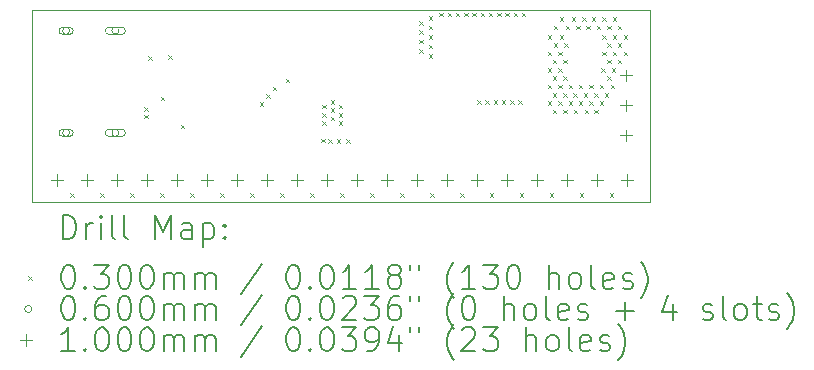
<source format=gbr>
%TF.GenerationSoftware,KiCad,Pcbnew,9.0.3*%
%TF.CreationDate,2025-08-03T15:22:40-04:00*%
%TF.ProjectId,CH32V003F4P6,43483332-5630-4303-9346-3450362e6b69,rev?*%
%TF.SameCoordinates,Original*%
%TF.FileFunction,Drillmap*%
%TF.FilePolarity,Positive*%
%FSLAX45Y45*%
G04 Gerber Fmt 4.5, Leading zero omitted, Abs format (unit mm)*
G04 Created by KiCad (PCBNEW 9.0.3) date 2025-08-03 15:22:40*
%MOMM*%
%LPD*%
G01*
G04 APERTURE LIST*
%ADD10C,0.100000*%
%ADD11C,0.200000*%
G04 APERTURE END LIST*
D10*
X12700000Y-11379200D02*
X17932400Y-11379200D01*
X17932400Y-13004800D01*
X12700000Y-13004800D01*
X12700000Y-11379200D01*
D11*
D10*
X13022301Y-12933450D02*
X13052301Y-12963450D01*
X13052301Y-12933450D02*
X13022301Y-12963450D01*
X13275996Y-12933450D02*
X13305996Y-12963450D01*
X13305996Y-12933450D02*
X13275996Y-12963450D01*
X13529692Y-12933450D02*
X13559692Y-12963450D01*
X13559692Y-12933450D02*
X13529692Y-12963450D01*
X13646028Y-12205000D02*
X13676028Y-12235000D01*
X13676028Y-12205000D02*
X13646028Y-12235000D01*
X13646028Y-12270299D02*
X13676028Y-12300299D01*
X13676028Y-12270299D02*
X13646028Y-12300299D01*
X13682500Y-11772500D02*
X13712500Y-11802500D01*
X13712500Y-11772500D02*
X13682500Y-11802500D01*
X13783388Y-12933450D02*
X13813388Y-12963450D01*
X13813388Y-12933450D02*
X13783388Y-12963450D01*
X13785000Y-12115000D02*
X13815000Y-12145000D01*
X13815000Y-12115000D02*
X13785000Y-12145000D01*
X13850000Y-11765000D02*
X13880000Y-11795000D01*
X13880000Y-11765000D02*
X13850000Y-11795000D01*
X13955000Y-12355000D02*
X13985000Y-12385000D01*
X13985000Y-12355000D02*
X13955000Y-12385000D01*
X14037083Y-12933450D02*
X14067083Y-12963450D01*
X14067083Y-12933450D02*
X14037083Y-12963450D01*
X14290779Y-12933450D02*
X14320779Y-12963450D01*
X14320779Y-12933450D02*
X14290779Y-12963450D01*
X14544475Y-12933450D02*
X14574475Y-12963450D01*
X14574475Y-12933450D02*
X14544475Y-12963450D01*
X14624200Y-12165000D02*
X14654200Y-12195000D01*
X14654200Y-12165000D02*
X14624200Y-12195000D01*
X14679400Y-12095000D02*
X14709400Y-12125000D01*
X14709400Y-12095000D02*
X14679400Y-12125000D01*
X14734600Y-12030790D02*
X14764600Y-12060790D01*
X14764600Y-12030790D02*
X14734600Y-12060790D01*
X14798171Y-12933450D02*
X14828171Y-12963450D01*
X14828171Y-12933450D02*
X14798171Y-12963450D01*
X14845000Y-11965000D02*
X14875000Y-11995000D01*
X14875000Y-11965000D02*
X14845000Y-11995000D01*
X15051866Y-12933450D02*
X15081866Y-12963450D01*
X15081866Y-12933450D02*
X15051866Y-12963450D01*
X15145000Y-12472500D02*
X15175000Y-12502500D01*
X15175000Y-12472500D02*
X15145000Y-12502500D01*
X15155000Y-12185000D02*
X15185000Y-12215000D01*
X15185000Y-12185000D02*
X15155000Y-12215000D01*
X15155000Y-12255000D02*
X15185000Y-12285000D01*
X15185000Y-12255000D02*
X15155000Y-12285000D01*
X15155000Y-12325000D02*
X15185000Y-12355000D01*
X15185000Y-12325000D02*
X15155000Y-12355000D01*
X15205000Y-12475000D02*
X15235000Y-12505000D01*
X15235000Y-12475000D02*
X15205000Y-12505000D01*
X15225000Y-12145000D02*
X15255000Y-12175000D01*
X15255000Y-12145000D02*
X15225000Y-12175000D01*
X15225000Y-12215000D02*
X15255000Y-12245000D01*
X15255000Y-12215000D02*
X15225000Y-12245000D01*
X15225000Y-12285000D02*
X15255000Y-12315000D01*
X15255000Y-12285000D02*
X15225000Y-12315000D01*
X15275000Y-12475000D02*
X15305000Y-12505000D01*
X15305000Y-12475000D02*
X15275000Y-12505000D01*
X15295000Y-12185000D02*
X15325000Y-12215000D01*
X15325000Y-12185000D02*
X15295000Y-12215000D01*
X15295000Y-12255000D02*
X15325000Y-12285000D01*
X15325000Y-12255000D02*
X15295000Y-12285000D01*
X15295000Y-12325000D02*
X15325000Y-12355000D01*
X15325000Y-12325000D02*
X15295000Y-12355000D01*
X15305562Y-12933450D02*
X15335562Y-12963450D01*
X15335562Y-12933450D02*
X15305562Y-12963450D01*
X15355000Y-12475000D02*
X15385000Y-12505000D01*
X15385000Y-12475000D02*
X15355000Y-12505000D01*
X15559258Y-12933450D02*
X15589258Y-12963450D01*
X15589258Y-12933450D02*
X15559258Y-12963450D01*
X15812953Y-12933450D02*
X15842953Y-12963450D01*
X15842953Y-12933450D02*
X15812953Y-12963450D01*
X15975000Y-11475000D02*
X16005000Y-11505000D01*
X16005000Y-11475000D02*
X15975000Y-11505000D01*
X15975000Y-11555000D02*
X16005000Y-11585000D01*
X16005000Y-11555000D02*
X15975000Y-11585000D01*
X15975000Y-11635000D02*
X16005000Y-11665000D01*
X16005000Y-11635000D02*
X15975000Y-11665000D01*
X15975000Y-11715000D02*
X16005000Y-11745000D01*
X16005000Y-11715000D02*
X15975000Y-11745000D01*
X16055000Y-11435000D02*
X16085000Y-11465000D01*
X16085000Y-11435000D02*
X16055000Y-11465000D01*
X16055000Y-11515000D02*
X16085000Y-11545000D01*
X16085000Y-11515000D02*
X16055000Y-11545000D01*
X16055000Y-11595000D02*
X16085000Y-11625000D01*
X16085000Y-11595000D02*
X16055000Y-11625000D01*
X16055000Y-11675000D02*
X16085000Y-11705000D01*
X16085000Y-11675000D02*
X16055000Y-11705000D01*
X16055000Y-11755000D02*
X16085000Y-11785000D01*
X16085000Y-11755000D02*
X16055000Y-11785000D01*
X16066649Y-12933450D02*
X16096649Y-12963450D01*
X16096649Y-12933450D02*
X16066649Y-12963450D01*
X16145000Y-11405000D02*
X16175000Y-11435000D01*
X16175000Y-11405000D02*
X16145000Y-11435000D01*
X16215000Y-11405000D02*
X16245000Y-11435000D01*
X16245000Y-11405000D02*
X16215000Y-11435000D01*
X16285000Y-11405000D02*
X16315000Y-11435000D01*
X16315000Y-11405000D02*
X16285000Y-11435000D01*
X16320345Y-12933450D02*
X16350345Y-12963450D01*
X16350345Y-12933450D02*
X16320345Y-12963450D01*
X16355000Y-11405000D02*
X16385000Y-11435000D01*
X16385000Y-11405000D02*
X16355000Y-11435000D01*
X16425000Y-11405000D02*
X16455000Y-11435000D01*
X16455000Y-11405000D02*
X16425000Y-11435000D01*
X16465000Y-12145000D02*
X16495000Y-12175000D01*
X16495000Y-12145000D02*
X16465000Y-12175000D01*
X16495000Y-11405000D02*
X16525000Y-11435000D01*
X16525000Y-11405000D02*
X16495000Y-11435000D01*
X16535000Y-12145000D02*
X16565000Y-12175000D01*
X16565000Y-12145000D02*
X16535000Y-12175000D01*
X16565000Y-11405000D02*
X16595000Y-11435000D01*
X16595000Y-11405000D02*
X16565000Y-11435000D01*
X16574040Y-12933450D02*
X16604040Y-12963450D01*
X16604040Y-12933450D02*
X16574040Y-12963450D01*
X16605000Y-12145000D02*
X16635000Y-12175000D01*
X16635000Y-12145000D02*
X16605000Y-12175000D01*
X16635000Y-11405000D02*
X16665000Y-11435000D01*
X16665000Y-11405000D02*
X16635000Y-11435000D01*
X16675000Y-12145000D02*
X16705000Y-12175000D01*
X16705000Y-12145000D02*
X16675000Y-12175000D01*
X16705000Y-11405000D02*
X16735000Y-11435000D01*
X16735000Y-11405000D02*
X16705000Y-11435000D01*
X16745000Y-12145000D02*
X16775000Y-12175000D01*
X16775000Y-12145000D02*
X16745000Y-12175000D01*
X16775000Y-11405000D02*
X16805000Y-11435000D01*
X16805000Y-11405000D02*
X16775000Y-11435000D01*
X16815000Y-12145000D02*
X16845000Y-12175000D01*
X16845000Y-12145000D02*
X16815000Y-12175000D01*
X16827736Y-12933450D02*
X16857736Y-12963450D01*
X16857736Y-12933450D02*
X16827736Y-12963450D01*
X16845000Y-11405000D02*
X16875000Y-11435000D01*
X16875000Y-11405000D02*
X16845000Y-11435000D01*
X17065000Y-11595000D02*
X17095000Y-11625000D01*
X17095000Y-11595000D02*
X17065000Y-11625000D01*
X17065000Y-11735000D02*
X17095000Y-11765000D01*
X17095000Y-11735000D02*
X17065000Y-11765000D01*
X17065000Y-11875000D02*
X17095000Y-11905000D01*
X17095000Y-11875000D02*
X17065000Y-11905000D01*
X17065000Y-12015000D02*
X17095000Y-12045000D01*
X17095000Y-12015000D02*
X17065000Y-12045000D01*
X17065000Y-12155000D02*
X17095000Y-12185000D01*
X17095000Y-12155000D02*
X17065000Y-12185000D01*
X17081432Y-12933450D02*
X17111432Y-12963450D01*
X17111432Y-12933450D02*
X17081432Y-12963450D01*
X17105000Y-11805000D02*
X17135000Y-11835000D01*
X17135000Y-11805000D02*
X17105000Y-11835000D01*
X17105000Y-11945000D02*
X17135000Y-11975000D01*
X17135000Y-11945000D02*
X17105000Y-11975000D01*
X17105000Y-12085000D02*
X17135000Y-12115000D01*
X17135000Y-12085000D02*
X17105000Y-12115000D01*
X17105000Y-12225000D02*
X17135000Y-12255000D01*
X17135000Y-12225000D02*
X17105000Y-12255000D01*
X17115000Y-11515000D02*
X17145000Y-11545000D01*
X17145000Y-11515000D02*
X17115000Y-11545000D01*
X17115000Y-11665000D02*
X17145000Y-11695000D01*
X17145000Y-11665000D02*
X17115000Y-11695000D01*
X17153000Y-11735000D02*
X17183000Y-11765000D01*
X17183000Y-11735000D02*
X17153000Y-11765000D01*
X17153000Y-11875000D02*
X17183000Y-11905000D01*
X17183000Y-11875000D02*
X17153000Y-11905000D01*
X17153000Y-12015000D02*
X17183000Y-12045000D01*
X17183000Y-12015000D02*
X17153000Y-12045000D01*
X17153000Y-12155000D02*
X17183000Y-12185000D01*
X17183000Y-12155000D02*
X17153000Y-12185000D01*
X17165000Y-11445000D02*
X17195000Y-11475000D01*
X17195000Y-11445000D02*
X17165000Y-11475000D01*
X17165000Y-11595000D02*
X17195000Y-11625000D01*
X17195000Y-11595000D02*
X17165000Y-11625000D01*
X17193000Y-11805000D02*
X17223000Y-11835000D01*
X17223000Y-11805000D02*
X17193000Y-11835000D01*
X17193000Y-11945000D02*
X17223000Y-11975000D01*
X17223000Y-11945000D02*
X17193000Y-11975000D01*
X17193000Y-12085000D02*
X17223000Y-12115000D01*
X17223000Y-12085000D02*
X17193000Y-12115000D01*
X17193000Y-12225000D02*
X17223000Y-12255000D01*
X17223000Y-12225000D02*
X17193000Y-12255000D01*
X17203000Y-11665000D02*
X17233000Y-11695000D01*
X17233000Y-11665000D02*
X17203000Y-11695000D01*
X17215000Y-11515000D02*
X17245000Y-11545000D01*
X17245000Y-11515000D02*
X17215000Y-11545000D01*
X17241000Y-12015000D02*
X17271000Y-12045000D01*
X17271000Y-12015000D02*
X17241000Y-12045000D01*
X17241000Y-12155000D02*
X17271000Y-12185000D01*
X17271000Y-12155000D02*
X17241000Y-12185000D01*
X17265000Y-11445000D02*
X17295000Y-11475000D01*
X17295000Y-11445000D02*
X17265000Y-11475000D01*
X17281000Y-12085000D02*
X17311000Y-12115000D01*
X17311000Y-12085000D02*
X17281000Y-12115000D01*
X17285000Y-12225000D02*
X17315000Y-12255000D01*
X17315000Y-12225000D02*
X17285000Y-12255000D01*
X17303000Y-11515000D02*
X17333000Y-11545000D01*
X17333000Y-11515000D02*
X17303000Y-11545000D01*
X17325000Y-12015000D02*
X17355000Y-12045000D01*
X17355000Y-12015000D02*
X17325000Y-12045000D01*
X17325000Y-12155000D02*
X17355000Y-12185000D01*
X17355000Y-12155000D02*
X17325000Y-12185000D01*
X17335128Y-12933450D02*
X17365128Y-12963450D01*
X17365128Y-12933450D02*
X17335128Y-12963450D01*
X17355000Y-11445000D02*
X17385000Y-11475000D01*
X17385000Y-11445000D02*
X17355000Y-11475000D01*
X17369000Y-12085000D02*
X17399000Y-12115000D01*
X17399000Y-12085000D02*
X17369000Y-12115000D01*
X17375000Y-12225000D02*
X17405000Y-12255000D01*
X17405000Y-12225000D02*
X17375000Y-12255000D01*
X17391000Y-11515000D02*
X17421000Y-11545000D01*
X17421000Y-11515000D02*
X17391000Y-11545000D01*
X17415000Y-12015000D02*
X17445000Y-12045000D01*
X17445000Y-12015000D02*
X17415000Y-12045000D01*
X17415000Y-12155000D02*
X17445000Y-12185000D01*
X17445000Y-12155000D02*
X17415000Y-12185000D01*
X17435000Y-11445000D02*
X17465000Y-11475000D01*
X17465000Y-11445000D02*
X17435000Y-11475000D01*
X17455000Y-12085000D02*
X17485000Y-12115000D01*
X17485000Y-12085000D02*
X17455000Y-12115000D01*
X17455000Y-12225000D02*
X17485000Y-12255000D01*
X17485000Y-12225000D02*
X17455000Y-12255000D01*
X17479000Y-11515000D02*
X17509000Y-11545000D01*
X17509000Y-11515000D02*
X17479000Y-11545000D01*
X17505000Y-12015000D02*
X17535000Y-12045000D01*
X17535000Y-12015000D02*
X17505000Y-12045000D01*
X17505000Y-12155000D02*
X17535000Y-12185000D01*
X17535000Y-12155000D02*
X17505000Y-12185000D01*
X17515000Y-11875000D02*
X17545000Y-11905000D01*
X17545000Y-11875000D02*
X17515000Y-11905000D01*
X17525000Y-11445000D02*
X17555000Y-11475000D01*
X17555000Y-11445000D02*
X17525000Y-11475000D01*
X17525000Y-11595000D02*
X17555000Y-11625000D01*
X17555000Y-11595000D02*
X17525000Y-11625000D01*
X17525000Y-11735000D02*
X17555000Y-11765000D01*
X17555000Y-11735000D02*
X17525000Y-11765000D01*
X17545000Y-12085000D02*
X17575000Y-12115000D01*
X17575000Y-12085000D02*
X17545000Y-12115000D01*
X17565000Y-11665000D02*
X17595000Y-11695000D01*
X17595000Y-11665000D02*
X17565000Y-11695000D01*
X17565000Y-11805000D02*
X17595000Y-11835000D01*
X17595000Y-11805000D02*
X17565000Y-11835000D01*
X17565000Y-11945000D02*
X17595000Y-11975000D01*
X17595000Y-11945000D02*
X17565000Y-11975000D01*
X17567000Y-11515000D02*
X17597000Y-11545000D01*
X17597000Y-11515000D02*
X17567000Y-11545000D01*
X17588823Y-12933450D02*
X17618823Y-12963450D01*
X17618823Y-12933450D02*
X17588823Y-12963450D01*
X17595000Y-12015000D02*
X17625000Y-12045000D01*
X17625000Y-12015000D02*
X17595000Y-12045000D01*
X17605000Y-11875000D02*
X17635000Y-11905000D01*
X17635000Y-11875000D02*
X17605000Y-11905000D01*
X17615000Y-11445000D02*
X17645000Y-11475000D01*
X17645000Y-11445000D02*
X17615000Y-11475000D01*
X17615000Y-11595000D02*
X17645000Y-11625000D01*
X17645000Y-11595000D02*
X17615000Y-11625000D01*
X17615000Y-11735000D02*
X17645000Y-11765000D01*
X17645000Y-11735000D02*
X17615000Y-11765000D01*
X17655000Y-11515000D02*
X17685000Y-11545000D01*
X17685000Y-11515000D02*
X17655000Y-11545000D01*
X17655000Y-11665000D02*
X17685000Y-11695000D01*
X17685000Y-11665000D02*
X17655000Y-11695000D01*
X17655000Y-11805000D02*
X17685000Y-11835000D01*
X17685000Y-11805000D02*
X17655000Y-11835000D01*
X17705000Y-11595000D02*
X17735000Y-11625000D01*
X17735000Y-11595000D02*
X17705000Y-11625000D01*
X17705000Y-11735000D02*
X17735000Y-11765000D01*
X17735000Y-11735000D02*
X17705000Y-11765000D01*
X13015000Y-11558000D02*
G75*
G02*
X12955000Y-11558000I-30000J0D01*
G01*
X12955000Y-11558000D02*
G75*
G02*
X13015000Y-11558000I30000J0D01*
G01*
X13015000Y-11528000D02*
X12955000Y-11528000D01*
X12955000Y-11588000D02*
G75*
G02*
X12955000Y-11528000I0J30000D01*
G01*
X12955000Y-11588000D02*
X13015000Y-11588000D01*
X13015000Y-11588000D02*
G75*
G03*
X13015000Y-11528000I0J30000D01*
G01*
X13015000Y-12422000D02*
G75*
G02*
X12955000Y-12422000I-30000J0D01*
G01*
X12955000Y-12422000D02*
G75*
G02*
X13015000Y-12422000I30000J0D01*
G01*
X13015000Y-12392000D02*
X12955000Y-12392000D01*
X12955000Y-12452000D02*
G75*
G02*
X12955000Y-12392000I0J30000D01*
G01*
X12955000Y-12452000D02*
X13015000Y-12452000D01*
X13015000Y-12452000D02*
G75*
G03*
X13015000Y-12392000I0J30000D01*
G01*
X13433000Y-11558000D02*
G75*
G02*
X13373000Y-11558000I-30000J0D01*
G01*
X13373000Y-11558000D02*
G75*
G02*
X13433000Y-11558000I30000J0D01*
G01*
X13458000Y-11528000D02*
X13348000Y-11528000D01*
X13348000Y-11588000D02*
G75*
G02*
X13348000Y-11528000I0J30000D01*
G01*
X13348000Y-11588000D02*
X13458000Y-11588000D01*
X13458000Y-11588000D02*
G75*
G03*
X13458000Y-11528000I0J30000D01*
G01*
X13433000Y-12422000D02*
G75*
G02*
X13373000Y-12422000I-30000J0D01*
G01*
X13373000Y-12422000D02*
G75*
G02*
X13433000Y-12422000I30000J0D01*
G01*
X13458000Y-12392000D02*
X13348000Y-12392000D01*
X13348000Y-12452000D02*
G75*
G02*
X13348000Y-12392000I0J30000D01*
G01*
X13348000Y-12452000D02*
X13458000Y-12452000D01*
X13458000Y-12452000D02*
G75*
G03*
X13458000Y-12392000I0J30000D01*
G01*
X12907500Y-12770000D02*
X12907500Y-12870000D01*
X12857500Y-12820000D02*
X12957500Y-12820000D01*
X13161500Y-12770000D02*
X13161500Y-12870000D01*
X13111500Y-12820000D02*
X13211500Y-12820000D01*
X13415500Y-12770000D02*
X13415500Y-12870000D01*
X13365500Y-12820000D02*
X13465500Y-12820000D01*
X13669500Y-12770000D02*
X13669500Y-12870000D01*
X13619500Y-12820000D02*
X13719500Y-12820000D01*
X13923500Y-12770000D02*
X13923500Y-12870000D01*
X13873500Y-12820000D02*
X13973500Y-12820000D01*
X14177500Y-12770000D02*
X14177500Y-12870000D01*
X14127500Y-12820000D02*
X14227500Y-12820000D01*
X14431500Y-12770000D02*
X14431500Y-12870000D01*
X14381500Y-12820000D02*
X14481500Y-12820000D01*
X14685500Y-12770000D02*
X14685500Y-12870000D01*
X14635500Y-12820000D02*
X14735500Y-12820000D01*
X14939500Y-12770000D02*
X14939500Y-12870000D01*
X14889500Y-12820000D02*
X14989500Y-12820000D01*
X15193500Y-12770000D02*
X15193500Y-12870000D01*
X15143500Y-12820000D02*
X15243500Y-12820000D01*
X15447500Y-12770000D02*
X15447500Y-12870000D01*
X15397500Y-12820000D02*
X15497500Y-12820000D01*
X15701500Y-12770000D02*
X15701500Y-12870000D01*
X15651500Y-12820000D02*
X15751500Y-12820000D01*
X15955500Y-12770000D02*
X15955500Y-12870000D01*
X15905500Y-12820000D02*
X16005500Y-12820000D01*
X16209500Y-12770000D02*
X16209500Y-12870000D01*
X16159500Y-12820000D02*
X16259500Y-12820000D01*
X16463500Y-12770000D02*
X16463500Y-12870000D01*
X16413500Y-12820000D02*
X16513500Y-12820000D01*
X16717500Y-12770000D02*
X16717500Y-12870000D01*
X16667500Y-12820000D02*
X16767500Y-12820000D01*
X16971500Y-12770000D02*
X16971500Y-12870000D01*
X16921500Y-12820000D02*
X17021500Y-12820000D01*
X17225500Y-12770000D02*
X17225500Y-12870000D01*
X17175500Y-12820000D02*
X17275500Y-12820000D01*
X17479500Y-12770000D02*
X17479500Y-12870000D01*
X17429500Y-12820000D02*
X17529500Y-12820000D01*
X17729200Y-11886500D02*
X17729200Y-11986500D01*
X17679200Y-11936500D02*
X17779200Y-11936500D01*
X17729200Y-12140500D02*
X17729200Y-12240500D01*
X17679200Y-12190500D02*
X17779200Y-12190500D01*
X17729200Y-12394500D02*
X17729200Y-12494500D01*
X17679200Y-12444500D02*
X17779200Y-12444500D01*
X17733500Y-12770000D02*
X17733500Y-12870000D01*
X17683500Y-12820000D02*
X17783500Y-12820000D01*
D11*
X12955777Y-13321284D02*
X12955777Y-13121284D01*
X12955777Y-13121284D02*
X13003396Y-13121284D01*
X13003396Y-13121284D02*
X13031967Y-13130808D01*
X13031967Y-13130808D02*
X13051015Y-13149855D01*
X13051015Y-13149855D02*
X13060539Y-13168903D01*
X13060539Y-13168903D02*
X13070062Y-13206998D01*
X13070062Y-13206998D02*
X13070062Y-13235569D01*
X13070062Y-13235569D02*
X13060539Y-13273665D01*
X13060539Y-13273665D02*
X13051015Y-13292712D01*
X13051015Y-13292712D02*
X13031967Y-13311760D01*
X13031967Y-13311760D02*
X13003396Y-13321284D01*
X13003396Y-13321284D02*
X12955777Y-13321284D01*
X13155777Y-13321284D02*
X13155777Y-13187950D01*
X13155777Y-13226046D02*
X13165301Y-13206998D01*
X13165301Y-13206998D02*
X13174824Y-13197474D01*
X13174824Y-13197474D02*
X13193872Y-13187950D01*
X13193872Y-13187950D02*
X13212920Y-13187950D01*
X13279586Y-13321284D02*
X13279586Y-13187950D01*
X13279586Y-13121284D02*
X13270062Y-13130808D01*
X13270062Y-13130808D02*
X13279586Y-13140331D01*
X13279586Y-13140331D02*
X13289110Y-13130808D01*
X13289110Y-13130808D02*
X13279586Y-13121284D01*
X13279586Y-13121284D02*
X13279586Y-13140331D01*
X13403396Y-13321284D02*
X13384348Y-13311760D01*
X13384348Y-13311760D02*
X13374824Y-13292712D01*
X13374824Y-13292712D02*
X13374824Y-13121284D01*
X13508158Y-13321284D02*
X13489110Y-13311760D01*
X13489110Y-13311760D02*
X13479586Y-13292712D01*
X13479586Y-13292712D02*
X13479586Y-13121284D01*
X13736729Y-13321284D02*
X13736729Y-13121284D01*
X13736729Y-13121284D02*
X13803396Y-13264141D01*
X13803396Y-13264141D02*
X13870062Y-13121284D01*
X13870062Y-13121284D02*
X13870062Y-13321284D01*
X14051015Y-13321284D02*
X14051015Y-13216522D01*
X14051015Y-13216522D02*
X14041491Y-13197474D01*
X14041491Y-13197474D02*
X14022443Y-13187950D01*
X14022443Y-13187950D02*
X13984348Y-13187950D01*
X13984348Y-13187950D02*
X13965301Y-13197474D01*
X14051015Y-13311760D02*
X14031967Y-13321284D01*
X14031967Y-13321284D02*
X13984348Y-13321284D01*
X13984348Y-13321284D02*
X13965301Y-13311760D01*
X13965301Y-13311760D02*
X13955777Y-13292712D01*
X13955777Y-13292712D02*
X13955777Y-13273665D01*
X13955777Y-13273665D02*
X13965301Y-13254617D01*
X13965301Y-13254617D02*
X13984348Y-13245093D01*
X13984348Y-13245093D02*
X14031967Y-13245093D01*
X14031967Y-13245093D02*
X14051015Y-13235569D01*
X14146253Y-13187950D02*
X14146253Y-13387950D01*
X14146253Y-13197474D02*
X14165301Y-13187950D01*
X14165301Y-13187950D02*
X14203396Y-13187950D01*
X14203396Y-13187950D02*
X14222443Y-13197474D01*
X14222443Y-13197474D02*
X14231967Y-13206998D01*
X14231967Y-13206998D02*
X14241491Y-13226046D01*
X14241491Y-13226046D02*
X14241491Y-13283188D01*
X14241491Y-13283188D02*
X14231967Y-13302236D01*
X14231967Y-13302236D02*
X14222443Y-13311760D01*
X14222443Y-13311760D02*
X14203396Y-13321284D01*
X14203396Y-13321284D02*
X14165301Y-13321284D01*
X14165301Y-13321284D02*
X14146253Y-13311760D01*
X14327205Y-13302236D02*
X14336729Y-13311760D01*
X14336729Y-13311760D02*
X14327205Y-13321284D01*
X14327205Y-13321284D02*
X14317682Y-13311760D01*
X14317682Y-13311760D02*
X14327205Y-13302236D01*
X14327205Y-13302236D02*
X14327205Y-13321284D01*
X14327205Y-13197474D02*
X14336729Y-13206998D01*
X14336729Y-13206998D02*
X14327205Y-13216522D01*
X14327205Y-13216522D02*
X14317682Y-13206998D01*
X14317682Y-13206998D02*
X14327205Y-13197474D01*
X14327205Y-13197474D02*
X14327205Y-13216522D01*
D10*
X12665000Y-13634800D02*
X12695000Y-13664800D01*
X12695000Y-13634800D02*
X12665000Y-13664800D01*
D11*
X12993872Y-13541284D02*
X13012920Y-13541284D01*
X13012920Y-13541284D02*
X13031967Y-13550808D01*
X13031967Y-13550808D02*
X13041491Y-13560331D01*
X13041491Y-13560331D02*
X13051015Y-13579379D01*
X13051015Y-13579379D02*
X13060539Y-13617474D01*
X13060539Y-13617474D02*
X13060539Y-13665093D01*
X13060539Y-13665093D02*
X13051015Y-13703188D01*
X13051015Y-13703188D02*
X13041491Y-13722236D01*
X13041491Y-13722236D02*
X13031967Y-13731760D01*
X13031967Y-13731760D02*
X13012920Y-13741284D01*
X13012920Y-13741284D02*
X12993872Y-13741284D01*
X12993872Y-13741284D02*
X12974824Y-13731760D01*
X12974824Y-13731760D02*
X12965301Y-13722236D01*
X12965301Y-13722236D02*
X12955777Y-13703188D01*
X12955777Y-13703188D02*
X12946253Y-13665093D01*
X12946253Y-13665093D02*
X12946253Y-13617474D01*
X12946253Y-13617474D02*
X12955777Y-13579379D01*
X12955777Y-13579379D02*
X12965301Y-13560331D01*
X12965301Y-13560331D02*
X12974824Y-13550808D01*
X12974824Y-13550808D02*
X12993872Y-13541284D01*
X13146253Y-13722236D02*
X13155777Y-13731760D01*
X13155777Y-13731760D02*
X13146253Y-13741284D01*
X13146253Y-13741284D02*
X13136729Y-13731760D01*
X13136729Y-13731760D02*
X13146253Y-13722236D01*
X13146253Y-13722236D02*
X13146253Y-13741284D01*
X13222443Y-13541284D02*
X13346253Y-13541284D01*
X13346253Y-13541284D02*
X13279586Y-13617474D01*
X13279586Y-13617474D02*
X13308158Y-13617474D01*
X13308158Y-13617474D02*
X13327205Y-13626998D01*
X13327205Y-13626998D02*
X13336729Y-13636522D01*
X13336729Y-13636522D02*
X13346253Y-13655569D01*
X13346253Y-13655569D02*
X13346253Y-13703188D01*
X13346253Y-13703188D02*
X13336729Y-13722236D01*
X13336729Y-13722236D02*
X13327205Y-13731760D01*
X13327205Y-13731760D02*
X13308158Y-13741284D01*
X13308158Y-13741284D02*
X13251015Y-13741284D01*
X13251015Y-13741284D02*
X13231967Y-13731760D01*
X13231967Y-13731760D02*
X13222443Y-13722236D01*
X13470062Y-13541284D02*
X13489110Y-13541284D01*
X13489110Y-13541284D02*
X13508158Y-13550808D01*
X13508158Y-13550808D02*
X13517682Y-13560331D01*
X13517682Y-13560331D02*
X13527205Y-13579379D01*
X13527205Y-13579379D02*
X13536729Y-13617474D01*
X13536729Y-13617474D02*
X13536729Y-13665093D01*
X13536729Y-13665093D02*
X13527205Y-13703188D01*
X13527205Y-13703188D02*
X13517682Y-13722236D01*
X13517682Y-13722236D02*
X13508158Y-13731760D01*
X13508158Y-13731760D02*
X13489110Y-13741284D01*
X13489110Y-13741284D02*
X13470062Y-13741284D01*
X13470062Y-13741284D02*
X13451015Y-13731760D01*
X13451015Y-13731760D02*
X13441491Y-13722236D01*
X13441491Y-13722236D02*
X13431967Y-13703188D01*
X13431967Y-13703188D02*
X13422443Y-13665093D01*
X13422443Y-13665093D02*
X13422443Y-13617474D01*
X13422443Y-13617474D02*
X13431967Y-13579379D01*
X13431967Y-13579379D02*
X13441491Y-13560331D01*
X13441491Y-13560331D02*
X13451015Y-13550808D01*
X13451015Y-13550808D02*
X13470062Y-13541284D01*
X13660539Y-13541284D02*
X13679586Y-13541284D01*
X13679586Y-13541284D02*
X13698634Y-13550808D01*
X13698634Y-13550808D02*
X13708158Y-13560331D01*
X13708158Y-13560331D02*
X13717682Y-13579379D01*
X13717682Y-13579379D02*
X13727205Y-13617474D01*
X13727205Y-13617474D02*
X13727205Y-13665093D01*
X13727205Y-13665093D02*
X13717682Y-13703188D01*
X13717682Y-13703188D02*
X13708158Y-13722236D01*
X13708158Y-13722236D02*
X13698634Y-13731760D01*
X13698634Y-13731760D02*
X13679586Y-13741284D01*
X13679586Y-13741284D02*
X13660539Y-13741284D01*
X13660539Y-13741284D02*
X13641491Y-13731760D01*
X13641491Y-13731760D02*
X13631967Y-13722236D01*
X13631967Y-13722236D02*
X13622443Y-13703188D01*
X13622443Y-13703188D02*
X13612920Y-13665093D01*
X13612920Y-13665093D02*
X13612920Y-13617474D01*
X13612920Y-13617474D02*
X13622443Y-13579379D01*
X13622443Y-13579379D02*
X13631967Y-13560331D01*
X13631967Y-13560331D02*
X13641491Y-13550808D01*
X13641491Y-13550808D02*
X13660539Y-13541284D01*
X13812920Y-13741284D02*
X13812920Y-13607950D01*
X13812920Y-13626998D02*
X13822443Y-13617474D01*
X13822443Y-13617474D02*
X13841491Y-13607950D01*
X13841491Y-13607950D02*
X13870063Y-13607950D01*
X13870063Y-13607950D02*
X13889110Y-13617474D01*
X13889110Y-13617474D02*
X13898634Y-13636522D01*
X13898634Y-13636522D02*
X13898634Y-13741284D01*
X13898634Y-13636522D02*
X13908158Y-13617474D01*
X13908158Y-13617474D02*
X13927205Y-13607950D01*
X13927205Y-13607950D02*
X13955777Y-13607950D01*
X13955777Y-13607950D02*
X13974824Y-13617474D01*
X13974824Y-13617474D02*
X13984348Y-13636522D01*
X13984348Y-13636522D02*
X13984348Y-13741284D01*
X14079586Y-13741284D02*
X14079586Y-13607950D01*
X14079586Y-13626998D02*
X14089110Y-13617474D01*
X14089110Y-13617474D02*
X14108158Y-13607950D01*
X14108158Y-13607950D02*
X14136729Y-13607950D01*
X14136729Y-13607950D02*
X14155777Y-13617474D01*
X14155777Y-13617474D02*
X14165301Y-13636522D01*
X14165301Y-13636522D02*
X14165301Y-13741284D01*
X14165301Y-13636522D02*
X14174824Y-13617474D01*
X14174824Y-13617474D02*
X14193872Y-13607950D01*
X14193872Y-13607950D02*
X14222443Y-13607950D01*
X14222443Y-13607950D02*
X14241491Y-13617474D01*
X14241491Y-13617474D02*
X14251015Y-13636522D01*
X14251015Y-13636522D02*
X14251015Y-13741284D01*
X14641491Y-13531760D02*
X14470063Y-13788903D01*
X14898634Y-13541284D02*
X14917682Y-13541284D01*
X14917682Y-13541284D02*
X14936729Y-13550808D01*
X14936729Y-13550808D02*
X14946253Y-13560331D01*
X14946253Y-13560331D02*
X14955777Y-13579379D01*
X14955777Y-13579379D02*
X14965301Y-13617474D01*
X14965301Y-13617474D02*
X14965301Y-13665093D01*
X14965301Y-13665093D02*
X14955777Y-13703188D01*
X14955777Y-13703188D02*
X14946253Y-13722236D01*
X14946253Y-13722236D02*
X14936729Y-13731760D01*
X14936729Y-13731760D02*
X14917682Y-13741284D01*
X14917682Y-13741284D02*
X14898634Y-13741284D01*
X14898634Y-13741284D02*
X14879586Y-13731760D01*
X14879586Y-13731760D02*
X14870063Y-13722236D01*
X14870063Y-13722236D02*
X14860539Y-13703188D01*
X14860539Y-13703188D02*
X14851015Y-13665093D01*
X14851015Y-13665093D02*
X14851015Y-13617474D01*
X14851015Y-13617474D02*
X14860539Y-13579379D01*
X14860539Y-13579379D02*
X14870063Y-13560331D01*
X14870063Y-13560331D02*
X14879586Y-13550808D01*
X14879586Y-13550808D02*
X14898634Y-13541284D01*
X15051015Y-13722236D02*
X15060539Y-13731760D01*
X15060539Y-13731760D02*
X15051015Y-13741284D01*
X15051015Y-13741284D02*
X15041491Y-13731760D01*
X15041491Y-13731760D02*
X15051015Y-13722236D01*
X15051015Y-13722236D02*
X15051015Y-13741284D01*
X15184348Y-13541284D02*
X15203396Y-13541284D01*
X15203396Y-13541284D02*
X15222444Y-13550808D01*
X15222444Y-13550808D02*
X15231967Y-13560331D01*
X15231967Y-13560331D02*
X15241491Y-13579379D01*
X15241491Y-13579379D02*
X15251015Y-13617474D01*
X15251015Y-13617474D02*
X15251015Y-13665093D01*
X15251015Y-13665093D02*
X15241491Y-13703188D01*
X15241491Y-13703188D02*
X15231967Y-13722236D01*
X15231967Y-13722236D02*
X15222444Y-13731760D01*
X15222444Y-13731760D02*
X15203396Y-13741284D01*
X15203396Y-13741284D02*
X15184348Y-13741284D01*
X15184348Y-13741284D02*
X15165301Y-13731760D01*
X15165301Y-13731760D02*
X15155777Y-13722236D01*
X15155777Y-13722236D02*
X15146253Y-13703188D01*
X15146253Y-13703188D02*
X15136729Y-13665093D01*
X15136729Y-13665093D02*
X15136729Y-13617474D01*
X15136729Y-13617474D02*
X15146253Y-13579379D01*
X15146253Y-13579379D02*
X15155777Y-13560331D01*
X15155777Y-13560331D02*
X15165301Y-13550808D01*
X15165301Y-13550808D02*
X15184348Y-13541284D01*
X15441491Y-13741284D02*
X15327206Y-13741284D01*
X15384348Y-13741284D02*
X15384348Y-13541284D01*
X15384348Y-13541284D02*
X15365301Y-13569855D01*
X15365301Y-13569855D02*
X15346253Y-13588903D01*
X15346253Y-13588903D02*
X15327206Y-13598427D01*
X15631967Y-13741284D02*
X15517682Y-13741284D01*
X15574825Y-13741284D02*
X15574825Y-13541284D01*
X15574825Y-13541284D02*
X15555777Y-13569855D01*
X15555777Y-13569855D02*
X15536729Y-13588903D01*
X15536729Y-13588903D02*
X15517682Y-13598427D01*
X15746253Y-13626998D02*
X15727206Y-13617474D01*
X15727206Y-13617474D02*
X15717682Y-13607950D01*
X15717682Y-13607950D02*
X15708158Y-13588903D01*
X15708158Y-13588903D02*
X15708158Y-13579379D01*
X15708158Y-13579379D02*
X15717682Y-13560331D01*
X15717682Y-13560331D02*
X15727206Y-13550808D01*
X15727206Y-13550808D02*
X15746253Y-13541284D01*
X15746253Y-13541284D02*
X15784348Y-13541284D01*
X15784348Y-13541284D02*
X15803396Y-13550808D01*
X15803396Y-13550808D02*
X15812920Y-13560331D01*
X15812920Y-13560331D02*
X15822444Y-13579379D01*
X15822444Y-13579379D02*
X15822444Y-13588903D01*
X15822444Y-13588903D02*
X15812920Y-13607950D01*
X15812920Y-13607950D02*
X15803396Y-13617474D01*
X15803396Y-13617474D02*
X15784348Y-13626998D01*
X15784348Y-13626998D02*
X15746253Y-13626998D01*
X15746253Y-13626998D02*
X15727206Y-13636522D01*
X15727206Y-13636522D02*
X15717682Y-13646046D01*
X15717682Y-13646046D02*
X15708158Y-13665093D01*
X15708158Y-13665093D02*
X15708158Y-13703188D01*
X15708158Y-13703188D02*
X15717682Y-13722236D01*
X15717682Y-13722236D02*
X15727206Y-13731760D01*
X15727206Y-13731760D02*
X15746253Y-13741284D01*
X15746253Y-13741284D02*
X15784348Y-13741284D01*
X15784348Y-13741284D02*
X15803396Y-13731760D01*
X15803396Y-13731760D02*
X15812920Y-13722236D01*
X15812920Y-13722236D02*
X15822444Y-13703188D01*
X15822444Y-13703188D02*
X15822444Y-13665093D01*
X15822444Y-13665093D02*
X15812920Y-13646046D01*
X15812920Y-13646046D02*
X15803396Y-13636522D01*
X15803396Y-13636522D02*
X15784348Y-13626998D01*
X15898634Y-13541284D02*
X15898634Y-13579379D01*
X15974825Y-13541284D02*
X15974825Y-13579379D01*
X16270063Y-13817474D02*
X16260539Y-13807950D01*
X16260539Y-13807950D02*
X16241491Y-13779379D01*
X16241491Y-13779379D02*
X16231968Y-13760331D01*
X16231968Y-13760331D02*
X16222444Y-13731760D01*
X16222444Y-13731760D02*
X16212920Y-13684141D01*
X16212920Y-13684141D02*
X16212920Y-13646046D01*
X16212920Y-13646046D02*
X16222444Y-13598427D01*
X16222444Y-13598427D02*
X16231968Y-13569855D01*
X16231968Y-13569855D02*
X16241491Y-13550808D01*
X16241491Y-13550808D02*
X16260539Y-13522236D01*
X16260539Y-13522236D02*
X16270063Y-13512712D01*
X16451015Y-13741284D02*
X16336729Y-13741284D01*
X16393872Y-13741284D02*
X16393872Y-13541284D01*
X16393872Y-13541284D02*
X16374825Y-13569855D01*
X16374825Y-13569855D02*
X16355777Y-13588903D01*
X16355777Y-13588903D02*
X16336729Y-13598427D01*
X16517682Y-13541284D02*
X16641491Y-13541284D01*
X16641491Y-13541284D02*
X16574825Y-13617474D01*
X16574825Y-13617474D02*
X16603396Y-13617474D01*
X16603396Y-13617474D02*
X16622444Y-13626998D01*
X16622444Y-13626998D02*
X16631968Y-13636522D01*
X16631968Y-13636522D02*
X16641491Y-13655569D01*
X16641491Y-13655569D02*
X16641491Y-13703188D01*
X16641491Y-13703188D02*
X16631968Y-13722236D01*
X16631968Y-13722236D02*
X16622444Y-13731760D01*
X16622444Y-13731760D02*
X16603396Y-13741284D01*
X16603396Y-13741284D02*
X16546253Y-13741284D01*
X16546253Y-13741284D02*
X16527206Y-13731760D01*
X16527206Y-13731760D02*
X16517682Y-13722236D01*
X16765301Y-13541284D02*
X16784349Y-13541284D01*
X16784349Y-13541284D02*
X16803396Y-13550808D01*
X16803396Y-13550808D02*
X16812920Y-13560331D01*
X16812920Y-13560331D02*
X16822444Y-13579379D01*
X16822444Y-13579379D02*
X16831968Y-13617474D01*
X16831968Y-13617474D02*
X16831968Y-13665093D01*
X16831968Y-13665093D02*
X16822444Y-13703188D01*
X16822444Y-13703188D02*
X16812920Y-13722236D01*
X16812920Y-13722236D02*
X16803396Y-13731760D01*
X16803396Y-13731760D02*
X16784349Y-13741284D01*
X16784349Y-13741284D02*
X16765301Y-13741284D01*
X16765301Y-13741284D02*
X16746253Y-13731760D01*
X16746253Y-13731760D02*
X16736729Y-13722236D01*
X16736729Y-13722236D02*
X16727206Y-13703188D01*
X16727206Y-13703188D02*
X16717682Y-13665093D01*
X16717682Y-13665093D02*
X16717682Y-13617474D01*
X16717682Y-13617474D02*
X16727206Y-13579379D01*
X16727206Y-13579379D02*
X16736729Y-13560331D01*
X16736729Y-13560331D02*
X16746253Y-13550808D01*
X16746253Y-13550808D02*
X16765301Y-13541284D01*
X17070063Y-13741284D02*
X17070063Y-13541284D01*
X17155777Y-13741284D02*
X17155777Y-13636522D01*
X17155777Y-13636522D02*
X17146253Y-13617474D01*
X17146253Y-13617474D02*
X17127206Y-13607950D01*
X17127206Y-13607950D02*
X17098634Y-13607950D01*
X17098634Y-13607950D02*
X17079587Y-13617474D01*
X17079587Y-13617474D02*
X17070063Y-13626998D01*
X17279587Y-13741284D02*
X17260539Y-13731760D01*
X17260539Y-13731760D02*
X17251015Y-13722236D01*
X17251015Y-13722236D02*
X17241492Y-13703188D01*
X17241492Y-13703188D02*
X17241492Y-13646046D01*
X17241492Y-13646046D02*
X17251015Y-13626998D01*
X17251015Y-13626998D02*
X17260539Y-13617474D01*
X17260539Y-13617474D02*
X17279587Y-13607950D01*
X17279587Y-13607950D02*
X17308158Y-13607950D01*
X17308158Y-13607950D02*
X17327206Y-13617474D01*
X17327206Y-13617474D02*
X17336730Y-13626998D01*
X17336730Y-13626998D02*
X17346253Y-13646046D01*
X17346253Y-13646046D02*
X17346253Y-13703188D01*
X17346253Y-13703188D02*
X17336730Y-13722236D01*
X17336730Y-13722236D02*
X17327206Y-13731760D01*
X17327206Y-13731760D02*
X17308158Y-13741284D01*
X17308158Y-13741284D02*
X17279587Y-13741284D01*
X17460539Y-13741284D02*
X17441492Y-13731760D01*
X17441492Y-13731760D02*
X17431968Y-13712712D01*
X17431968Y-13712712D02*
X17431968Y-13541284D01*
X17612920Y-13731760D02*
X17593873Y-13741284D01*
X17593873Y-13741284D02*
X17555777Y-13741284D01*
X17555777Y-13741284D02*
X17536730Y-13731760D01*
X17536730Y-13731760D02*
X17527206Y-13712712D01*
X17527206Y-13712712D02*
X17527206Y-13636522D01*
X17527206Y-13636522D02*
X17536730Y-13617474D01*
X17536730Y-13617474D02*
X17555777Y-13607950D01*
X17555777Y-13607950D02*
X17593873Y-13607950D01*
X17593873Y-13607950D02*
X17612920Y-13617474D01*
X17612920Y-13617474D02*
X17622444Y-13636522D01*
X17622444Y-13636522D02*
X17622444Y-13655569D01*
X17622444Y-13655569D02*
X17527206Y-13674617D01*
X17698634Y-13731760D02*
X17717682Y-13741284D01*
X17717682Y-13741284D02*
X17755777Y-13741284D01*
X17755777Y-13741284D02*
X17774825Y-13731760D01*
X17774825Y-13731760D02*
X17784349Y-13712712D01*
X17784349Y-13712712D02*
X17784349Y-13703188D01*
X17784349Y-13703188D02*
X17774825Y-13684141D01*
X17774825Y-13684141D02*
X17755777Y-13674617D01*
X17755777Y-13674617D02*
X17727206Y-13674617D01*
X17727206Y-13674617D02*
X17708158Y-13665093D01*
X17708158Y-13665093D02*
X17698634Y-13646046D01*
X17698634Y-13646046D02*
X17698634Y-13636522D01*
X17698634Y-13636522D02*
X17708158Y-13617474D01*
X17708158Y-13617474D02*
X17727206Y-13607950D01*
X17727206Y-13607950D02*
X17755777Y-13607950D01*
X17755777Y-13607950D02*
X17774825Y-13617474D01*
X17851015Y-13817474D02*
X17860539Y-13807950D01*
X17860539Y-13807950D02*
X17879587Y-13779379D01*
X17879587Y-13779379D02*
X17889111Y-13760331D01*
X17889111Y-13760331D02*
X17898634Y-13731760D01*
X17898634Y-13731760D02*
X17908158Y-13684141D01*
X17908158Y-13684141D02*
X17908158Y-13646046D01*
X17908158Y-13646046D02*
X17898634Y-13598427D01*
X17898634Y-13598427D02*
X17889111Y-13569855D01*
X17889111Y-13569855D02*
X17879587Y-13550808D01*
X17879587Y-13550808D02*
X17860539Y-13522236D01*
X17860539Y-13522236D02*
X17851015Y-13512712D01*
D10*
X12695000Y-13913800D02*
G75*
G02*
X12635000Y-13913800I-30000J0D01*
G01*
X12635000Y-13913800D02*
G75*
G02*
X12695000Y-13913800I30000J0D01*
G01*
D11*
X12993872Y-13805284D02*
X13012920Y-13805284D01*
X13012920Y-13805284D02*
X13031967Y-13814808D01*
X13031967Y-13814808D02*
X13041491Y-13824331D01*
X13041491Y-13824331D02*
X13051015Y-13843379D01*
X13051015Y-13843379D02*
X13060539Y-13881474D01*
X13060539Y-13881474D02*
X13060539Y-13929093D01*
X13060539Y-13929093D02*
X13051015Y-13967188D01*
X13051015Y-13967188D02*
X13041491Y-13986236D01*
X13041491Y-13986236D02*
X13031967Y-13995760D01*
X13031967Y-13995760D02*
X13012920Y-14005284D01*
X13012920Y-14005284D02*
X12993872Y-14005284D01*
X12993872Y-14005284D02*
X12974824Y-13995760D01*
X12974824Y-13995760D02*
X12965301Y-13986236D01*
X12965301Y-13986236D02*
X12955777Y-13967188D01*
X12955777Y-13967188D02*
X12946253Y-13929093D01*
X12946253Y-13929093D02*
X12946253Y-13881474D01*
X12946253Y-13881474D02*
X12955777Y-13843379D01*
X12955777Y-13843379D02*
X12965301Y-13824331D01*
X12965301Y-13824331D02*
X12974824Y-13814808D01*
X12974824Y-13814808D02*
X12993872Y-13805284D01*
X13146253Y-13986236D02*
X13155777Y-13995760D01*
X13155777Y-13995760D02*
X13146253Y-14005284D01*
X13146253Y-14005284D02*
X13136729Y-13995760D01*
X13136729Y-13995760D02*
X13146253Y-13986236D01*
X13146253Y-13986236D02*
X13146253Y-14005284D01*
X13327205Y-13805284D02*
X13289110Y-13805284D01*
X13289110Y-13805284D02*
X13270062Y-13814808D01*
X13270062Y-13814808D02*
X13260539Y-13824331D01*
X13260539Y-13824331D02*
X13241491Y-13852903D01*
X13241491Y-13852903D02*
X13231967Y-13890998D01*
X13231967Y-13890998D02*
X13231967Y-13967188D01*
X13231967Y-13967188D02*
X13241491Y-13986236D01*
X13241491Y-13986236D02*
X13251015Y-13995760D01*
X13251015Y-13995760D02*
X13270062Y-14005284D01*
X13270062Y-14005284D02*
X13308158Y-14005284D01*
X13308158Y-14005284D02*
X13327205Y-13995760D01*
X13327205Y-13995760D02*
X13336729Y-13986236D01*
X13336729Y-13986236D02*
X13346253Y-13967188D01*
X13346253Y-13967188D02*
X13346253Y-13919569D01*
X13346253Y-13919569D02*
X13336729Y-13900522D01*
X13336729Y-13900522D02*
X13327205Y-13890998D01*
X13327205Y-13890998D02*
X13308158Y-13881474D01*
X13308158Y-13881474D02*
X13270062Y-13881474D01*
X13270062Y-13881474D02*
X13251015Y-13890998D01*
X13251015Y-13890998D02*
X13241491Y-13900522D01*
X13241491Y-13900522D02*
X13231967Y-13919569D01*
X13470062Y-13805284D02*
X13489110Y-13805284D01*
X13489110Y-13805284D02*
X13508158Y-13814808D01*
X13508158Y-13814808D02*
X13517682Y-13824331D01*
X13517682Y-13824331D02*
X13527205Y-13843379D01*
X13527205Y-13843379D02*
X13536729Y-13881474D01*
X13536729Y-13881474D02*
X13536729Y-13929093D01*
X13536729Y-13929093D02*
X13527205Y-13967188D01*
X13527205Y-13967188D02*
X13517682Y-13986236D01*
X13517682Y-13986236D02*
X13508158Y-13995760D01*
X13508158Y-13995760D02*
X13489110Y-14005284D01*
X13489110Y-14005284D02*
X13470062Y-14005284D01*
X13470062Y-14005284D02*
X13451015Y-13995760D01*
X13451015Y-13995760D02*
X13441491Y-13986236D01*
X13441491Y-13986236D02*
X13431967Y-13967188D01*
X13431967Y-13967188D02*
X13422443Y-13929093D01*
X13422443Y-13929093D02*
X13422443Y-13881474D01*
X13422443Y-13881474D02*
X13431967Y-13843379D01*
X13431967Y-13843379D02*
X13441491Y-13824331D01*
X13441491Y-13824331D02*
X13451015Y-13814808D01*
X13451015Y-13814808D02*
X13470062Y-13805284D01*
X13660539Y-13805284D02*
X13679586Y-13805284D01*
X13679586Y-13805284D02*
X13698634Y-13814808D01*
X13698634Y-13814808D02*
X13708158Y-13824331D01*
X13708158Y-13824331D02*
X13717682Y-13843379D01*
X13717682Y-13843379D02*
X13727205Y-13881474D01*
X13727205Y-13881474D02*
X13727205Y-13929093D01*
X13727205Y-13929093D02*
X13717682Y-13967188D01*
X13717682Y-13967188D02*
X13708158Y-13986236D01*
X13708158Y-13986236D02*
X13698634Y-13995760D01*
X13698634Y-13995760D02*
X13679586Y-14005284D01*
X13679586Y-14005284D02*
X13660539Y-14005284D01*
X13660539Y-14005284D02*
X13641491Y-13995760D01*
X13641491Y-13995760D02*
X13631967Y-13986236D01*
X13631967Y-13986236D02*
X13622443Y-13967188D01*
X13622443Y-13967188D02*
X13612920Y-13929093D01*
X13612920Y-13929093D02*
X13612920Y-13881474D01*
X13612920Y-13881474D02*
X13622443Y-13843379D01*
X13622443Y-13843379D02*
X13631967Y-13824331D01*
X13631967Y-13824331D02*
X13641491Y-13814808D01*
X13641491Y-13814808D02*
X13660539Y-13805284D01*
X13812920Y-14005284D02*
X13812920Y-13871950D01*
X13812920Y-13890998D02*
X13822443Y-13881474D01*
X13822443Y-13881474D02*
X13841491Y-13871950D01*
X13841491Y-13871950D02*
X13870063Y-13871950D01*
X13870063Y-13871950D02*
X13889110Y-13881474D01*
X13889110Y-13881474D02*
X13898634Y-13900522D01*
X13898634Y-13900522D02*
X13898634Y-14005284D01*
X13898634Y-13900522D02*
X13908158Y-13881474D01*
X13908158Y-13881474D02*
X13927205Y-13871950D01*
X13927205Y-13871950D02*
X13955777Y-13871950D01*
X13955777Y-13871950D02*
X13974824Y-13881474D01*
X13974824Y-13881474D02*
X13984348Y-13900522D01*
X13984348Y-13900522D02*
X13984348Y-14005284D01*
X14079586Y-14005284D02*
X14079586Y-13871950D01*
X14079586Y-13890998D02*
X14089110Y-13881474D01*
X14089110Y-13881474D02*
X14108158Y-13871950D01*
X14108158Y-13871950D02*
X14136729Y-13871950D01*
X14136729Y-13871950D02*
X14155777Y-13881474D01*
X14155777Y-13881474D02*
X14165301Y-13900522D01*
X14165301Y-13900522D02*
X14165301Y-14005284D01*
X14165301Y-13900522D02*
X14174824Y-13881474D01*
X14174824Y-13881474D02*
X14193872Y-13871950D01*
X14193872Y-13871950D02*
X14222443Y-13871950D01*
X14222443Y-13871950D02*
X14241491Y-13881474D01*
X14241491Y-13881474D02*
X14251015Y-13900522D01*
X14251015Y-13900522D02*
X14251015Y-14005284D01*
X14641491Y-13795760D02*
X14470063Y-14052903D01*
X14898634Y-13805284D02*
X14917682Y-13805284D01*
X14917682Y-13805284D02*
X14936729Y-13814808D01*
X14936729Y-13814808D02*
X14946253Y-13824331D01*
X14946253Y-13824331D02*
X14955777Y-13843379D01*
X14955777Y-13843379D02*
X14965301Y-13881474D01*
X14965301Y-13881474D02*
X14965301Y-13929093D01*
X14965301Y-13929093D02*
X14955777Y-13967188D01*
X14955777Y-13967188D02*
X14946253Y-13986236D01*
X14946253Y-13986236D02*
X14936729Y-13995760D01*
X14936729Y-13995760D02*
X14917682Y-14005284D01*
X14917682Y-14005284D02*
X14898634Y-14005284D01*
X14898634Y-14005284D02*
X14879586Y-13995760D01*
X14879586Y-13995760D02*
X14870063Y-13986236D01*
X14870063Y-13986236D02*
X14860539Y-13967188D01*
X14860539Y-13967188D02*
X14851015Y-13929093D01*
X14851015Y-13929093D02*
X14851015Y-13881474D01*
X14851015Y-13881474D02*
X14860539Y-13843379D01*
X14860539Y-13843379D02*
X14870063Y-13824331D01*
X14870063Y-13824331D02*
X14879586Y-13814808D01*
X14879586Y-13814808D02*
X14898634Y-13805284D01*
X15051015Y-13986236D02*
X15060539Y-13995760D01*
X15060539Y-13995760D02*
X15051015Y-14005284D01*
X15051015Y-14005284D02*
X15041491Y-13995760D01*
X15041491Y-13995760D02*
X15051015Y-13986236D01*
X15051015Y-13986236D02*
X15051015Y-14005284D01*
X15184348Y-13805284D02*
X15203396Y-13805284D01*
X15203396Y-13805284D02*
X15222444Y-13814808D01*
X15222444Y-13814808D02*
X15231967Y-13824331D01*
X15231967Y-13824331D02*
X15241491Y-13843379D01*
X15241491Y-13843379D02*
X15251015Y-13881474D01*
X15251015Y-13881474D02*
X15251015Y-13929093D01*
X15251015Y-13929093D02*
X15241491Y-13967188D01*
X15241491Y-13967188D02*
X15231967Y-13986236D01*
X15231967Y-13986236D02*
X15222444Y-13995760D01*
X15222444Y-13995760D02*
X15203396Y-14005284D01*
X15203396Y-14005284D02*
X15184348Y-14005284D01*
X15184348Y-14005284D02*
X15165301Y-13995760D01*
X15165301Y-13995760D02*
X15155777Y-13986236D01*
X15155777Y-13986236D02*
X15146253Y-13967188D01*
X15146253Y-13967188D02*
X15136729Y-13929093D01*
X15136729Y-13929093D02*
X15136729Y-13881474D01*
X15136729Y-13881474D02*
X15146253Y-13843379D01*
X15146253Y-13843379D02*
X15155777Y-13824331D01*
X15155777Y-13824331D02*
X15165301Y-13814808D01*
X15165301Y-13814808D02*
X15184348Y-13805284D01*
X15327206Y-13824331D02*
X15336729Y-13814808D01*
X15336729Y-13814808D02*
X15355777Y-13805284D01*
X15355777Y-13805284D02*
X15403396Y-13805284D01*
X15403396Y-13805284D02*
X15422444Y-13814808D01*
X15422444Y-13814808D02*
X15431967Y-13824331D01*
X15431967Y-13824331D02*
X15441491Y-13843379D01*
X15441491Y-13843379D02*
X15441491Y-13862427D01*
X15441491Y-13862427D02*
X15431967Y-13890998D01*
X15431967Y-13890998D02*
X15317682Y-14005284D01*
X15317682Y-14005284D02*
X15441491Y-14005284D01*
X15508158Y-13805284D02*
X15631967Y-13805284D01*
X15631967Y-13805284D02*
X15565301Y-13881474D01*
X15565301Y-13881474D02*
X15593872Y-13881474D01*
X15593872Y-13881474D02*
X15612920Y-13890998D01*
X15612920Y-13890998D02*
X15622444Y-13900522D01*
X15622444Y-13900522D02*
X15631967Y-13919569D01*
X15631967Y-13919569D02*
X15631967Y-13967188D01*
X15631967Y-13967188D02*
X15622444Y-13986236D01*
X15622444Y-13986236D02*
X15612920Y-13995760D01*
X15612920Y-13995760D02*
X15593872Y-14005284D01*
X15593872Y-14005284D02*
X15536729Y-14005284D01*
X15536729Y-14005284D02*
X15517682Y-13995760D01*
X15517682Y-13995760D02*
X15508158Y-13986236D01*
X15803396Y-13805284D02*
X15765301Y-13805284D01*
X15765301Y-13805284D02*
X15746253Y-13814808D01*
X15746253Y-13814808D02*
X15736729Y-13824331D01*
X15736729Y-13824331D02*
X15717682Y-13852903D01*
X15717682Y-13852903D02*
X15708158Y-13890998D01*
X15708158Y-13890998D02*
X15708158Y-13967188D01*
X15708158Y-13967188D02*
X15717682Y-13986236D01*
X15717682Y-13986236D02*
X15727206Y-13995760D01*
X15727206Y-13995760D02*
X15746253Y-14005284D01*
X15746253Y-14005284D02*
X15784348Y-14005284D01*
X15784348Y-14005284D02*
X15803396Y-13995760D01*
X15803396Y-13995760D02*
X15812920Y-13986236D01*
X15812920Y-13986236D02*
X15822444Y-13967188D01*
X15822444Y-13967188D02*
X15822444Y-13919569D01*
X15822444Y-13919569D02*
X15812920Y-13900522D01*
X15812920Y-13900522D02*
X15803396Y-13890998D01*
X15803396Y-13890998D02*
X15784348Y-13881474D01*
X15784348Y-13881474D02*
X15746253Y-13881474D01*
X15746253Y-13881474D02*
X15727206Y-13890998D01*
X15727206Y-13890998D02*
X15717682Y-13900522D01*
X15717682Y-13900522D02*
X15708158Y-13919569D01*
X15898634Y-13805284D02*
X15898634Y-13843379D01*
X15974825Y-13805284D02*
X15974825Y-13843379D01*
X16270063Y-14081474D02*
X16260539Y-14071950D01*
X16260539Y-14071950D02*
X16241491Y-14043379D01*
X16241491Y-14043379D02*
X16231968Y-14024331D01*
X16231968Y-14024331D02*
X16222444Y-13995760D01*
X16222444Y-13995760D02*
X16212920Y-13948141D01*
X16212920Y-13948141D02*
X16212920Y-13910046D01*
X16212920Y-13910046D02*
X16222444Y-13862427D01*
X16222444Y-13862427D02*
X16231968Y-13833855D01*
X16231968Y-13833855D02*
X16241491Y-13814808D01*
X16241491Y-13814808D02*
X16260539Y-13786236D01*
X16260539Y-13786236D02*
X16270063Y-13776712D01*
X16384348Y-13805284D02*
X16403396Y-13805284D01*
X16403396Y-13805284D02*
X16422444Y-13814808D01*
X16422444Y-13814808D02*
X16431968Y-13824331D01*
X16431968Y-13824331D02*
X16441491Y-13843379D01*
X16441491Y-13843379D02*
X16451015Y-13881474D01*
X16451015Y-13881474D02*
X16451015Y-13929093D01*
X16451015Y-13929093D02*
X16441491Y-13967188D01*
X16441491Y-13967188D02*
X16431968Y-13986236D01*
X16431968Y-13986236D02*
X16422444Y-13995760D01*
X16422444Y-13995760D02*
X16403396Y-14005284D01*
X16403396Y-14005284D02*
X16384348Y-14005284D01*
X16384348Y-14005284D02*
X16365301Y-13995760D01*
X16365301Y-13995760D02*
X16355777Y-13986236D01*
X16355777Y-13986236D02*
X16346253Y-13967188D01*
X16346253Y-13967188D02*
X16336729Y-13929093D01*
X16336729Y-13929093D02*
X16336729Y-13881474D01*
X16336729Y-13881474D02*
X16346253Y-13843379D01*
X16346253Y-13843379D02*
X16355777Y-13824331D01*
X16355777Y-13824331D02*
X16365301Y-13814808D01*
X16365301Y-13814808D02*
X16384348Y-13805284D01*
X16689110Y-14005284D02*
X16689110Y-13805284D01*
X16774825Y-14005284D02*
X16774825Y-13900522D01*
X16774825Y-13900522D02*
X16765301Y-13881474D01*
X16765301Y-13881474D02*
X16746253Y-13871950D01*
X16746253Y-13871950D02*
X16717682Y-13871950D01*
X16717682Y-13871950D02*
X16698634Y-13881474D01*
X16698634Y-13881474D02*
X16689110Y-13890998D01*
X16898634Y-14005284D02*
X16879587Y-13995760D01*
X16879587Y-13995760D02*
X16870063Y-13986236D01*
X16870063Y-13986236D02*
X16860539Y-13967188D01*
X16860539Y-13967188D02*
X16860539Y-13910046D01*
X16860539Y-13910046D02*
X16870063Y-13890998D01*
X16870063Y-13890998D02*
X16879587Y-13881474D01*
X16879587Y-13881474D02*
X16898634Y-13871950D01*
X16898634Y-13871950D02*
X16927206Y-13871950D01*
X16927206Y-13871950D02*
X16946253Y-13881474D01*
X16946253Y-13881474D02*
X16955777Y-13890998D01*
X16955777Y-13890998D02*
X16965301Y-13910046D01*
X16965301Y-13910046D02*
X16965301Y-13967188D01*
X16965301Y-13967188D02*
X16955777Y-13986236D01*
X16955777Y-13986236D02*
X16946253Y-13995760D01*
X16946253Y-13995760D02*
X16927206Y-14005284D01*
X16927206Y-14005284D02*
X16898634Y-14005284D01*
X17079587Y-14005284D02*
X17060539Y-13995760D01*
X17060539Y-13995760D02*
X17051015Y-13976712D01*
X17051015Y-13976712D02*
X17051015Y-13805284D01*
X17231968Y-13995760D02*
X17212920Y-14005284D01*
X17212920Y-14005284D02*
X17174825Y-14005284D01*
X17174825Y-14005284D02*
X17155777Y-13995760D01*
X17155777Y-13995760D02*
X17146253Y-13976712D01*
X17146253Y-13976712D02*
X17146253Y-13900522D01*
X17146253Y-13900522D02*
X17155777Y-13881474D01*
X17155777Y-13881474D02*
X17174825Y-13871950D01*
X17174825Y-13871950D02*
X17212920Y-13871950D01*
X17212920Y-13871950D02*
X17231968Y-13881474D01*
X17231968Y-13881474D02*
X17241492Y-13900522D01*
X17241492Y-13900522D02*
X17241492Y-13919569D01*
X17241492Y-13919569D02*
X17146253Y-13938617D01*
X17317682Y-13995760D02*
X17336730Y-14005284D01*
X17336730Y-14005284D02*
X17374825Y-14005284D01*
X17374825Y-14005284D02*
X17393873Y-13995760D01*
X17393873Y-13995760D02*
X17403396Y-13976712D01*
X17403396Y-13976712D02*
X17403396Y-13967188D01*
X17403396Y-13967188D02*
X17393873Y-13948141D01*
X17393873Y-13948141D02*
X17374825Y-13938617D01*
X17374825Y-13938617D02*
X17346253Y-13938617D01*
X17346253Y-13938617D02*
X17327206Y-13929093D01*
X17327206Y-13929093D02*
X17317682Y-13910046D01*
X17317682Y-13910046D02*
X17317682Y-13900522D01*
X17317682Y-13900522D02*
X17327206Y-13881474D01*
X17327206Y-13881474D02*
X17346253Y-13871950D01*
X17346253Y-13871950D02*
X17374825Y-13871950D01*
X17374825Y-13871950D02*
X17393873Y-13881474D01*
X17641492Y-13929093D02*
X17793873Y-13929093D01*
X17717682Y-14005284D02*
X17717682Y-13852903D01*
X18127206Y-13871950D02*
X18127206Y-14005284D01*
X18079587Y-13795760D02*
X18031968Y-13938617D01*
X18031968Y-13938617D02*
X18155777Y-13938617D01*
X18374825Y-13995760D02*
X18393873Y-14005284D01*
X18393873Y-14005284D02*
X18431968Y-14005284D01*
X18431968Y-14005284D02*
X18451016Y-13995760D01*
X18451016Y-13995760D02*
X18460539Y-13976712D01*
X18460539Y-13976712D02*
X18460539Y-13967188D01*
X18460539Y-13967188D02*
X18451016Y-13948141D01*
X18451016Y-13948141D02*
X18431968Y-13938617D01*
X18431968Y-13938617D02*
X18403396Y-13938617D01*
X18403396Y-13938617D02*
X18384349Y-13929093D01*
X18384349Y-13929093D02*
X18374825Y-13910046D01*
X18374825Y-13910046D02*
X18374825Y-13900522D01*
X18374825Y-13900522D02*
X18384349Y-13881474D01*
X18384349Y-13881474D02*
X18403396Y-13871950D01*
X18403396Y-13871950D02*
X18431968Y-13871950D01*
X18431968Y-13871950D02*
X18451016Y-13881474D01*
X18574825Y-14005284D02*
X18555777Y-13995760D01*
X18555777Y-13995760D02*
X18546254Y-13976712D01*
X18546254Y-13976712D02*
X18546254Y-13805284D01*
X18679587Y-14005284D02*
X18660539Y-13995760D01*
X18660539Y-13995760D02*
X18651016Y-13986236D01*
X18651016Y-13986236D02*
X18641492Y-13967188D01*
X18641492Y-13967188D02*
X18641492Y-13910046D01*
X18641492Y-13910046D02*
X18651016Y-13890998D01*
X18651016Y-13890998D02*
X18660539Y-13881474D01*
X18660539Y-13881474D02*
X18679587Y-13871950D01*
X18679587Y-13871950D02*
X18708158Y-13871950D01*
X18708158Y-13871950D02*
X18727206Y-13881474D01*
X18727206Y-13881474D02*
X18736730Y-13890998D01*
X18736730Y-13890998D02*
X18746254Y-13910046D01*
X18746254Y-13910046D02*
X18746254Y-13967188D01*
X18746254Y-13967188D02*
X18736730Y-13986236D01*
X18736730Y-13986236D02*
X18727206Y-13995760D01*
X18727206Y-13995760D02*
X18708158Y-14005284D01*
X18708158Y-14005284D02*
X18679587Y-14005284D01*
X18803397Y-13871950D02*
X18879587Y-13871950D01*
X18831968Y-13805284D02*
X18831968Y-13976712D01*
X18831968Y-13976712D02*
X18841492Y-13995760D01*
X18841492Y-13995760D02*
X18860539Y-14005284D01*
X18860539Y-14005284D02*
X18879587Y-14005284D01*
X18936730Y-13995760D02*
X18955777Y-14005284D01*
X18955777Y-14005284D02*
X18993873Y-14005284D01*
X18993873Y-14005284D02*
X19012920Y-13995760D01*
X19012920Y-13995760D02*
X19022444Y-13976712D01*
X19022444Y-13976712D02*
X19022444Y-13967188D01*
X19022444Y-13967188D02*
X19012920Y-13948141D01*
X19012920Y-13948141D02*
X18993873Y-13938617D01*
X18993873Y-13938617D02*
X18965301Y-13938617D01*
X18965301Y-13938617D02*
X18946254Y-13929093D01*
X18946254Y-13929093D02*
X18936730Y-13910046D01*
X18936730Y-13910046D02*
X18936730Y-13900522D01*
X18936730Y-13900522D02*
X18946254Y-13881474D01*
X18946254Y-13881474D02*
X18965301Y-13871950D01*
X18965301Y-13871950D02*
X18993873Y-13871950D01*
X18993873Y-13871950D02*
X19012920Y-13881474D01*
X19089111Y-14081474D02*
X19098635Y-14071950D01*
X19098635Y-14071950D02*
X19117682Y-14043379D01*
X19117682Y-14043379D02*
X19127206Y-14024331D01*
X19127206Y-14024331D02*
X19136730Y-13995760D01*
X19136730Y-13995760D02*
X19146254Y-13948141D01*
X19146254Y-13948141D02*
X19146254Y-13910046D01*
X19146254Y-13910046D02*
X19136730Y-13862427D01*
X19136730Y-13862427D02*
X19127206Y-13833855D01*
X19127206Y-13833855D02*
X19117682Y-13814808D01*
X19117682Y-13814808D02*
X19098635Y-13786236D01*
X19098635Y-13786236D02*
X19089111Y-13776712D01*
D10*
X12645000Y-14127800D02*
X12645000Y-14227800D01*
X12595000Y-14177800D02*
X12695000Y-14177800D01*
D11*
X13060539Y-14269284D02*
X12946253Y-14269284D01*
X13003396Y-14269284D02*
X13003396Y-14069284D01*
X13003396Y-14069284D02*
X12984348Y-14097855D01*
X12984348Y-14097855D02*
X12965301Y-14116903D01*
X12965301Y-14116903D02*
X12946253Y-14126427D01*
X13146253Y-14250236D02*
X13155777Y-14259760D01*
X13155777Y-14259760D02*
X13146253Y-14269284D01*
X13146253Y-14269284D02*
X13136729Y-14259760D01*
X13136729Y-14259760D02*
X13146253Y-14250236D01*
X13146253Y-14250236D02*
X13146253Y-14269284D01*
X13279586Y-14069284D02*
X13298634Y-14069284D01*
X13298634Y-14069284D02*
X13317682Y-14078808D01*
X13317682Y-14078808D02*
X13327205Y-14088331D01*
X13327205Y-14088331D02*
X13336729Y-14107379D01*
X13336729Y-14107379D02*
X13346253Y-14145474D01*
X13346253Y-14145474D02*
X13346253Y-14193093D01*
X13346253Y-14193093D02*
X13336729Y-14231188D01*
X13336729Y-14231188D02*
X13327205Y-14250236D01*
X13327205Y-14250236D02*
X13317682Y-14259760D01*
X13317682Y-14259760D02*
X13298634Y-14269284D01*
X13298634Y-14269284D02*
X13279586Y-14269284D01*
X13279586Y-14269284D02*
X13260539Y-14259760D01*
X13260539Y-14259760D02*
X13251015Y-14250236D01*
X13251015Y-14250236D02*
X13241491Y-14231188D01*
X13241491Y-14231188D02*
X13231967Y-14193093D01*
X13231967Y-14193093D02*
X13231967Y-14145474D01*
X13231967Y-14145474D02*
X13241491Y-14107379D01*
X13241491Y-14107379D02*
X13251015Y-14088331D01*
X13251015Y-14088331D02*
X13260539Y-14078808D01*
X13260539Y-14078808D02*
X13279586Y-14069284D01*
X13470062Y-14069284D02*
X13489110Y-14069284D01*
X13489110Y-14069284D02*
X13508158Y-14078808D01*
X13508158Y-14078808D02*
X13517682Y-14088331D01*
X13517682Y-14088331D02*
X13527205Y-14107379D01*
X13527205Y-14107379D02*
X13536729Y-14145474D01*
X13536729Y-14145474D02*
X13536729Y-14193093D01*
X13536729Y-14193093D02*
X13527205Y-14231188D01*
X13527205Y-14231188D02*
X13517682Y-14250236D01*
X13517682Y-14250236D02*
X13508158Y-14259760D01*
X13508158Y-14259760D02*
X13489110Y-14269284D01*
X13489110Y-14269284D02*
X13470062Y-14269284D01*
X13470062Y-14269284D02*
X13451015Y-14259760D01*
X13451015Y-14259760D02*
X13441491Y-14250236D01*
X13441491Y-14250236D02*
X13431967Y-14231188D01*
X13431967Y-14231188D02*
X13422443Y-14193093D01*
X13422443Y-14193093D02*
X13422443Y-14145474D01*
X13422443Y-14145474D02*
X13431967Y-14107379D01*
X13431967Y-14107379D02*
X13441491Y-14088331D01*
X13441491Y-14088331D02*
X13451015Y-14078808D01*
X13451015Y-14078808D02*
X13470062Y-14069284D01*
X13660539Y-14069284D02*
X13679586Y-14069284D01*
X13679586Y-14069284D02*
X13698634Y-14078808D01*
X13698634Y-14078808D02*
X13708158Y-14088331D01*
X13708158Y-14088331D02*
X13717682Y-14107379D01*
X13717682Y-14107379D02*
X13727205Y-14145474D01*
X13727205Y-14145474D02*
X13727205Y-14193093D01*
X13727205Y-14193093D02*
X13717682Y-14231188D01*
X13717682Y-14231188D02*
X13708158Y-14250236D01*
X13708158Y-14250236D02*
X13698634Y-14259760D01*
X13698634Y-14259760D02*
X13679586Y-14269284D01*
X13679586Y-14269284D02*
X13660539Y-14269284D01*
X13660539Y-14269284D02*
X13641491Y-14259760D01*
X13641491Y-14259760D02*
X13631967Y-14250236D01*
X13631967Y-14250236D02*
X13622443Y-14231188D01*
X13622443Y-14231188D02*
X13612920Y-14193093D01*
X13612920Y-14193093D02*
X13612920Y-14145474D01*
X13612920Y-14145474D02*
X13622443Y-14107379D01*
X13622443Y-14107379D02*
X13631967Y-14088331D01*
X13631967Y-14088331D02*
X13641491Y-14078808D01*
X13641491Y-14078808D02*
X13660539Y-14069284D01*
X13812920Y-14269284D02*
X13812920Y-14135950D01*
X13812920Y-14154998D02*
X13822443Y-14145474D01*
X13822443Y-14145474D02*
X13841491Y-14135950D01*
X13841491Y-14135950D02*
X13870063Y-14135950D01*
X13870063Y-14135950D02*
X13889110Y-14145474D01*
X13889110Y-14145474D02*
X13898634Y-14164522D01*
X13898634Y-14164522D02*
X13898634Y-14269284D01*
X13898634Y-14164522D02*
X13908158Y-14145474D01*
X13908158Y-14145474D02*
X13927205Y-14135950D01*
X13927205Y-14135950D02*
X13955777Y-14135950D01*
X13955777Y-14135950D02*
X13974824Y-14145474D01*
X13974824Y-14145474D02*
X13984348Y-14164522D01*
X13984348Y-14164522D02*
X13984348Y-14269284D01*
X14079586Y-14269284D02*
X14079586Y-14135950D01*
X14079586Y-14154998D02*
X14089110Y-14145474D01*
X14089110Y-14145474D02*
X14108158Y-14135950D01*
X14108158Y-14135950D02*
X14136729Y-14135950D01*
X14136729Y-14135950D02*
X14155777Y-14145474D01*
X14155777Y-14145474D02*
X14165301Y-14164522D01*
X14165301Y-14164522D02*
X14165301Y-14269284D01*
X14165301Y-14164522D02*
X14174824Y-14145474D01*
X14174824Y-14145474D02*
X14193872Y-14135950D01*
X14193872Y-14135950D02*
X14222443Y-14135950D01*
X14222443Y-14135950D02*
X14241491Y-14145474D01*
X14241491Y-14145474D02*
X14251015Y-14164522D01*
X14251015Y-14164522D02*
X14251015Y-14269284D01*
X14641491Y-14059760D02*
X14470063Y-14316903D01*
X14898634Y-14069284D02*
X14917682Y-14069284D01*
X14917682Y-14069284D02*
X14936729Y-14078808D01*
X14936729Y-14078808D02*
X14946253Y-14088331D01*
X14946253Y-14088331D02*
X14955777Y-14107379D01*
X14955777Y-14107379D02*
X14965301Y-14145474D01*
X14965301Y-14145474D02*
X14965301Y-14193093D01*
X14965301Y-14193093D02*
X14955777Y-14231188D01*
X14955777Y-14231188D02*
X14946253Y-14250236D01*
X14946253Y-14250236D02*
X14936729Y-14259760D01*
X14936729Y-14259760D02*
X14917682Y-14269284D01*
X14917682Y-14269284D02*
X14898634Y-14269284D01*
X14898634Y-14269284D02*
X14879586Y-14259760D01*
X14879586Y-14259760D02*
X14870063Y-14250236D01*
X14870063Y-14250236D02*
X14860539Y-14231188D01*
X14860539Y-14231188D02*
X14851015Y-14193093D01*
X14851015Y-14193093D02*
X14851015Y-14145474D01*
X14851015Y-14145474D02*
X14860539Y-14107379D01*
X14860539Y-14107379D02*
X14870063Y-14088331D01*
X14870063Y-14088331D02*
X14879586Y-14078808D01*
X14879586Y-14078808D02*
X14898634Y-14069284D01*
X15051015Y-14250236D02*
X15060539Y-14259760D01*
X15060539Y-14259760D02*
X15051015Y-14269284D01*
X15051015Y-14269284D02*
X15041491Y-14259760D01*
X15041491Y-14259760D02*
X15051015Y-14250236D01*
X15051015Y-14250236D02*
X15051015Y-14269284D01*
X15184348Y-14069284D02*
X15203396Y-14069284D01*
X15203396Y-14069284D02*
X15222444Y-14078808D01*
X15222444Y-14078808D02*
X15231967Y-14088331D01*
X15231967Y-14088331D02*
X15241491Y-14107379D01*
X15241491Y-14107379D02*
X15251015Y-14145474D01*
X15251015Y-14145474D02*
X15251015Y-14193093D01*
X15251015Y-14193093D02*
X15241491Y-14231188D01*
X15241491Y-14231188D02*
X15231967Y-14250236D01*
X15231967Y-14250236D02*
X15222444Y-14259760D01*
X15222444Y-14259760D02*
X15203396Y-14269284D01*
X15203396Y-14269284D02*
X15184348Y-14269284D01*
X15184348Y-14269284D02*
X15165301Y-14259760D01*
X15165301Y-14259760D02*
X15155777Y-14250236D01*
X15155777Y-14250236D02*
X15146253Y-14231188D01*
X15146253Y-14231188D02*
X15136729Y-14193093D01*
X15136729Y-14193093D02*
X15136729Y-14145474D01*
X15136729Y-14145474D02*
X15146253Y-14107379D01*
X15146253Y-14107379D02*
X15155777Y-14088331D01*
X15155777Y-14088331D02*
X15165301Y-14078808D01*
X15165301Y-14078808D02*
X15184348Y-14069284D01*
X15317682Y-14069284D02*
X15441491Y-14069284D01*
X15441491Y-14069284D02*
X15374825Y-14145474D01*
X15374825Y-14145474D02*
X15403396Y-14145474D01*
X15403396Y-14145474D02*
X15422444Y-14154998D01*
X15422444Y-14154998D02*
X15431967Y-14164522D01*
X15431967Y-14164522D02*
X15441491Y-14183569D01*
X15441491Y-14183569D02*
X15441491Y-14231188D01*
X15441491Y-14231188D02*
X15431967Y-14250236D01*
X15431967Y-14250236D02*
X15422444Y-14259760D01*
X15422444Y-14259760D02*
X15403396Y-14269284D01*
X15403396Y-14269284D02*
X15346253Y-14269284D01*
X15346253Y-14269284D02*
X15327206Y-14259760D01*
X15327206Y-14259760D02*
X15317682Y-14250236D01*
X15536729Y-14269284D02*
X15574825Y-14269284D01*
X15574825Y-14269284D02*
X15593872Y-14259760D01*
X15593872Y-14259760D02*
X15603396Y-14250236D01*
X15603396Y-14250236D02*
X15622444Y-14221665D01*
X15622444Y-14221665D02*
X15631967Y-14183569D01*
X15631967Y-14183569D02*
X15631967Y-14107379D01*
X15631967Y-14107379D02*
X15622444Y-14088331D01*
X15622444Y-14088331D02*
X15612920Y-14078808D01*
X15612920Y-14078808D02*
X15593872Y-14069284D01*
X15593872Y-14069284D02*
X15555777Y-14069284D01*
X15555777Y-14069284D02*
X15536729Y-14078808D01*
X15536729Y-14078808D02*
X15527206Y-14088331D01*
X15527206Y-14088331D02*
X15517682Y-14107379D01*
X15517682Y-14107379D02*
X15517682Y-14154998D01*
X15517682Y-14154998D02*
X15527206Y-14174046D01*
X15527206Y-14174046D02*
X15536729Y-14183569D01*
X15536729Y-14183569D02*
X15555777Y-14193093D01*
X15555777Y-14193093D02*
X15593872Y-14193093D01*
X15593872Y-14193093D02*
X15612920Y-14183569D01*
X15612920Y-14183569D02*
X15622444Y-14174046D01*
X15622444Y-14174046D02*
X15631967Y-14154998D01*
X15803396Y-14135950D02*
X15803396Y-14269284D01*
X15755777Y-14059760D02*
X15708158Y-14202617D01*
X15708158Y-14202617D02*
X15831967Y-14202617D01*
X15898634Y-14069284D02*
X15898634Y-14107379D01*
X15974825Y-14069284D02*
X15974825Y-14107379D01*
X16270063Y-14345474D02*
X16260539Y-14335950D01*
X16260539Y-14335950D02*
X16241491Y-14307379D01*
X16241491Y-14307379D02*
X16231968Y-14288331D01*
X16231968Y-14288331D02*
X16222444Y-14259760D01*
X16222444Y-14259760D02*
X16212920Y-14212141D01*
X16212920Y-14212141D02*
X16212920Y-14174046D01*
X16212920Y-14174046D02*
X16222444Y-14126427D01*
X16222444Y-14126427D02*
X16231968Y-14097855D01*
X16231968Y-14097855D02*
X16241491Y-14078808D01*
X16241491Y-14078808D02*
X16260539Y-14050236D01*
X16260539Y-14050236D02*
X16270063Y-14040712D01*
X16336729Y-14088331D02*
X16346253Y-14078808D01*
X16346253Y-14078808D02*
X16365301Y-14069284D01*
X16365301Y-14069284D02*
X16412920Y-14069284D01*
X16412920Y-14069284D02*
X16431968Y-14078808D01*
X16431968Y-14078808D02*
X16441491Y-14088331D01*
X16441491Y-14088331D02*
X16451015Y-14107379D01*
X16451015Y-14107379D02*
X16451015Y-14126427D01*
X16451015Y-14126427D02*
X16441491Y-14154998D01*
X16441491Y-14154998D02*
X16327206Y-14269284D01*
X16327206Y-14269284D02*
X16451015Y-14269284D01*
X16517682Y-14069284D02*
X16641491Y-14069284D01*
X16641491Y-14069284D02*
X16574825Y-14145474D01*
X16574825Y-14145474D02*
X16603396Y-14145474D01*
X16603396Y-14145474D02*
X16622444Y-14154998D01*
X16622444Y-14154998D02*
X16631968Y-14164522D01*
X16631968Y-14164522D02*
X16641491Y-14183569D01*
X16641491Y-14183569D02*
X16641491Y-14231188D01*
X16641491Y-14231188D02*
X16631968Y-14250236D01*
X16631968Y-14250236D02*
X16622444Y-14259760D01*
X16622444Y-14259760D02*
X16603396Y-14269284D01*
X16603396Y-14269284D02*
X16546253Y-14269284D01*
X16546253Y-14269284D02*
X16527206Y-14259760D01*
X16527206Y-14259760D02*
X16517682Y-14250236D01*
X16879587Y-14269284D02*
X16879587Y-14069284D01*
X16965301Y-14269284D02*
X16965301Y-14164522D01*
X16965301Y-14164522D02*
X16955777Y-14145474D01*
X16955777Y-14145474D02*
X16936730Y-14135950D01*
X16936730Y-14135950D02*
X16908158Y-14135950D01*
X16908158Y-14135950D02*
X16889111Y-14145474D01*
X16889111Y-14145474D02*
X16879587Y-14154998D01*
X17089111Y-14269284D02*
X17070063Y-14259760D01*
X17070063Y-14259760D02*
X17060539Y-14250236D01*
X17060539Y-14250236D02*
X17051015Y-14231188D01*
X17051015Y-14231188D02*
X17051015Y-14174046D01*
X17051015Y-14174046D02*
X17060539Y-14154998D01*
X17060539Y-14154998D02*
X17070063Y-14145474D01*
X17070063Y-14145474D02*
X17089111Y-14135950D01*
X17089111Y-14135950D02*
X17117682Y-14135950D01*
X17117682Y-14135950D02*
X17136730Y-14145474D01*
X17136730Y-14145474D02*
X17146253Y-14154998D01*
X17146253Y-14154998D02*
X17155777Y-14174046D01*
X17155777Y-14174046D02*
X17155777Y-14231188D01*
X17155777Y-14231188D02*
X17146253Y-14250236D01*
X17146253Y-14250236D02*
X17136730Y-14259760D01*
X17136730Y-14259760D02*
X17117682Y-14269284D01*
X17117682Y-14269284D02*
X17089111Y-14269284D01*
X17270063Y-14269284D02*
X17251015Y-14259760D01*
X17251015Y-14259760D02*
X17241492Y-14240712D01*
X17241492Y-14240712D02*
X17241492Y-14069284D01*
X17422444Y-14259760D02*
X17403396Y-14269284D01*
X17403396Y-14269284D02*
X17365301Y-14269284D01*
X17365301Y-14269284D02*
X17346253Y-14259760D01*
X17346253Y-14259760D02*
X17336730Y-14240712D01*
X17336730Y-14240712D02*
X17336730Y-14164522D01*
X17336730Y-14164522D02*
X17346253Y-14145474D01*
X17346253Y-14145474D02*
X17365301Y-14135950D01*
X17365301Y-14135950D02*
X17403396Y-14135950D01*
X17403396Y-14135950D02*
X17422444Y-14145474D01*
X17422444Y-14145474D02*
X17431968Y-14164522D01*
X17431968Y-14164522D02*
X17431968Y-14183569D01*
X17431968Y-14183569D02*
X17336730Y-14202617D01*
X17508158Y-14259760D02*
X17527206Y-14269284D01*
X17527206Y-14269284D02*
X17565301Y-14269284D01*
X17565301Y-14269284D02*
X17584349Y-14259760D01*
X17584349Y-14259760D02*
X17593873Y-14240712D01*
X17593873Y-14240712D02*
X17593873Y-14231188D01*
X17593873Y-14231188D02*
X17584349Y-14212141D01*
X17584349Y-14212141D02*
X17565301Y-14202617D01*
X17565301Y-14202617D02*
X17536730Y-14202617D01*
X17536730Y-14202617D02*
X17517682Y-14193093D01*
X17517682Y-14193093D02*
X17508158Y-14174046D01*
X17508158Y-14174046D02*
X17508158Y-14164522D01*
X17508158Y-14164522D02*
X17517682Y-14145474D01*
X17517682Y-14145474D02*
X17536730Y-14135950D01*
X17536730Y-14135950D02*
X17565301Y-14135950D01*
X17565301Y-14135950D02*
X17584349Y-14145474D01*
X17660539Y-14345474D02*
X17670063Y-14335950D01*
X17670063Y-14335950D02*
X17689111Y-14307379D01*
X17689111Y-14307379D02*
X17698634Y-14288331D01*
X17698634Y-14288331D02*
X17708158Y-14259760D01*
X17708158Y-14259760D02*
X17717682Y-14212141D01*
X17717682Y-14212141D02*
X17717682Y-14174046D01*
X17717682Y-14174046D02*
X17708158Y-14126427D01*
X17708158Y-14126427D02*
X17698634Y-14097855D01*
X17698634Y-14097855D02*
X17689111Y-14078808D01*
X17689111Y-14078808D02*
X17670063Y-14050236D01*
X17670063Y-14050236D02*
X17660539Y-14040712D01*
M02*

</source>
